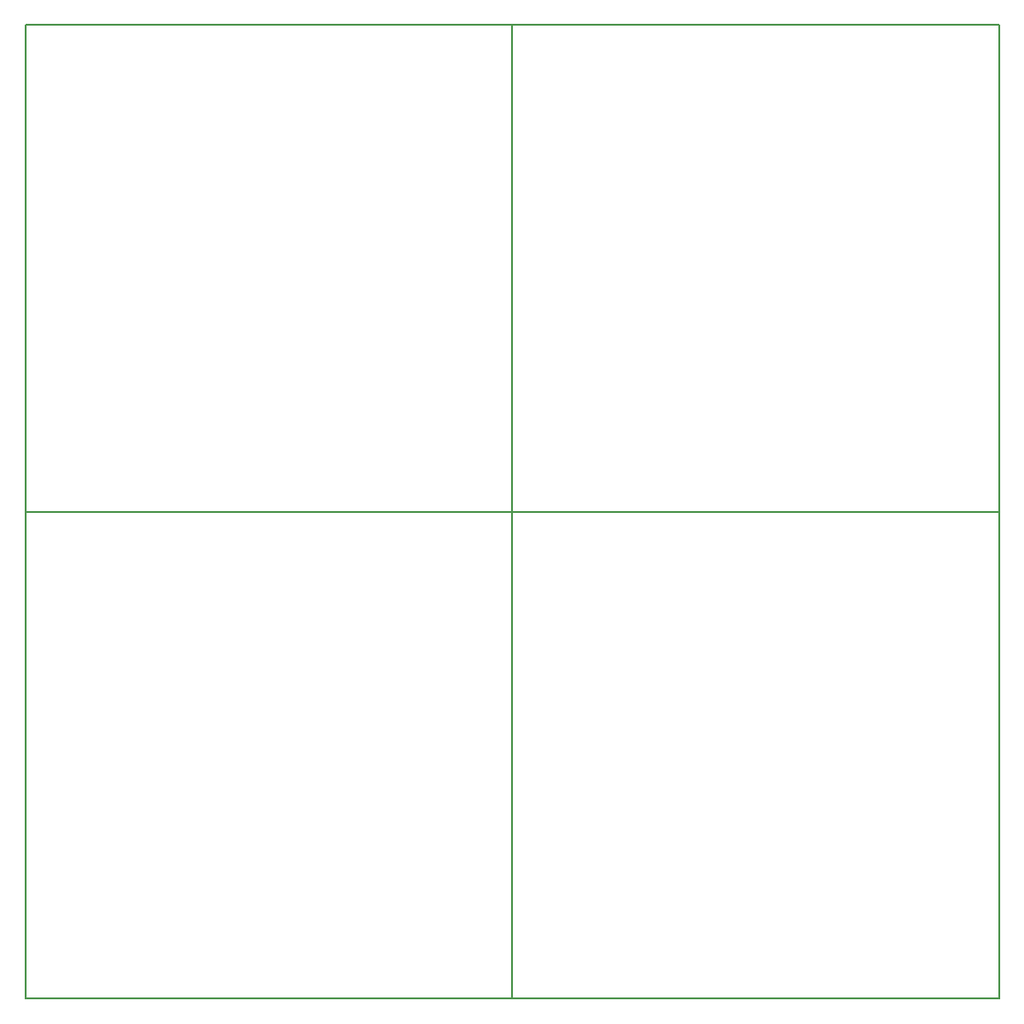
<source format=gm1>
G04 #@! TF.FileFunction,Profile,NP*
%FSLAX46Y46*%
G04 Gerber Fmt 4.6, Leading zero omitted, Abs format (unit mm)*
G04 Created by KiCad (PCBNEW 4.0.2-stable) date 12/4/2017 4:29:09 PM*
%MOMM*%
G01*
G04 APERTURE LIST*
%ADD10C,0.100000*%
%ADD11C,0.150000*%
G04 APERTURE END LIST*
D10*
D11*
X145000000Y-100000000D02*
X145000000Y-145000000D01*
X145000000Y-145000000D02*
X100000000Y-145000000D01*
X100000000Y-100000000D02*
X100000000Y-145000000D01*
X145000000Y-100000000D02*
X145000000Y-145000000D01*
X145000000Y-100000000D02*
X190000000Y-100000000D01*
X190000000Y-100000000D02*
X190000000Y-145000000D01*
X190000000Y-145000000D02*
X145000000Y-145000000D01*
X100000000Y-100000000D02*
X145000000Y-100000000D01*
X145000000Y-55000000D02*
X190000000Y-55000000D01*
X190000000Y-100000000D02*
X145000000Y-100000000D01*
X145000000Y-55000000D02*
X145000000Y-100000000D01*
X190000000Y-55000000D02*
X190000000Y-100000000D01*
X100000000Y-55000000D02*
X100000000Y-100000000D01*
X145000000Y-100000000D02*
X100000000Y-100000000D01*
X145000000Y-55000000D02*
X145000000Y-100000000D01*
X100000000Y-55000000D02*
X145000000Y-55000000D01*
M02*

</source>
